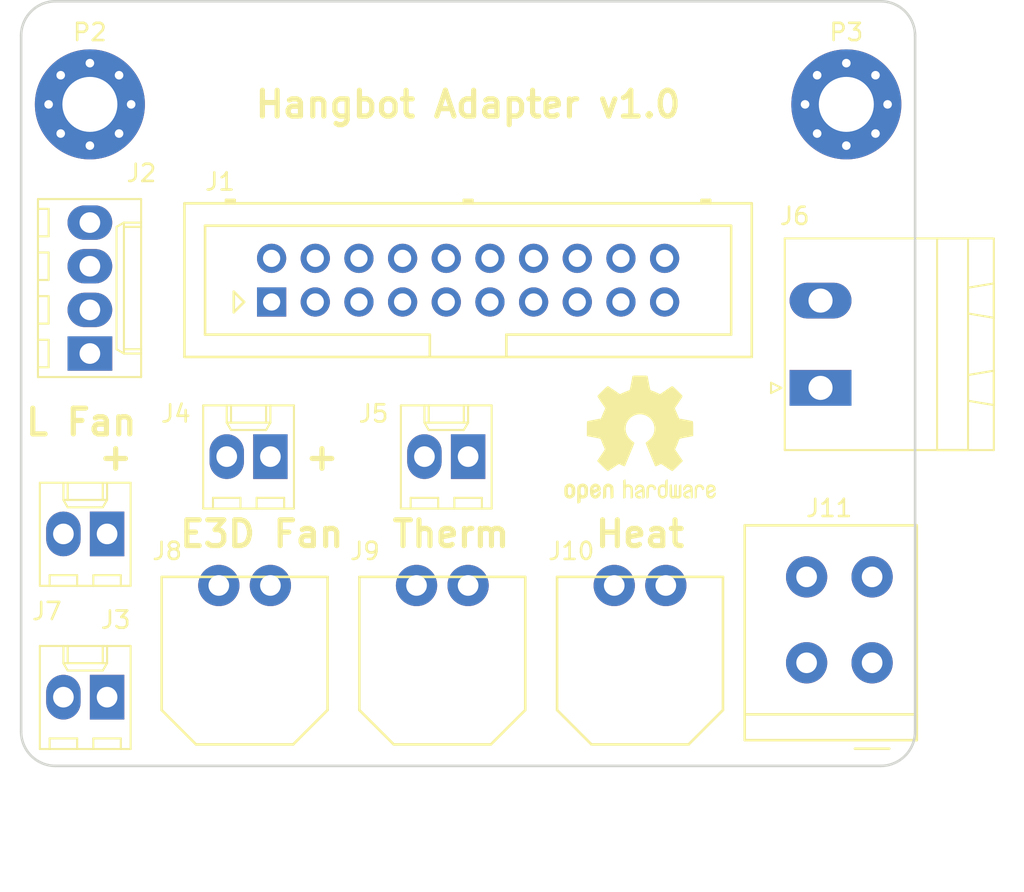
<source format=kicad_pcb>
(kicad_pcb (version 4) (host pcbnew 4.0.6)

  (general
    (links 32)
    (no_connects 32)
    (area 0 0 0 0)
    (thickness 1.6)
    (drawings 15)
    (tracks 0)
    (zones 0)
    (modules 14)
    (nets 13)
  )

  (page A4)
  (layers
    (0 F.Cu signal)
    (31 B.Cu signal)
    (32 B.Adhes user)
    (33 F.Adhes user)
    (34 B.Paste user)
    (35 F.Paste user)
    (36 B.SilkS user)
    (37 F.SilkS user)
    (38 B.Mask user)
    (39 F.Mask user)
    (40 Dwgs.User user)
    (41 Cmts.User user)
    (42 Eco1.User user)
    (43 Eco2.User user)
    (44 Edge.Cuts user)
    (45 Margin user)
    (46 B.CrtYd user)
    (47 F.CrtYd user)
    (48 B.Fab user)
    (49 F.Fab user)
  )

  (setup
    (last_trace_width 0.4)
    (user_trace_width 0.4)
    (trace_clearance 0.2)
    (zone_clearance 0.508)
    (zone_45_only no)
    (trace_min 0.2)
    (segment_width 0.2)
    (edge_width 0.15)
    (via_size 0.6)
    (via_drill 0.4)
    (via_min_size 0.4)
    (via_min_drill 0.3)
    (uvia_size 0.3)
    (uvia_drill 0.1)
    (uvias_allowed no)
    (uvia_min_size 0.2)
    (uvia_min_drill 0.1)
    (pcb_text_width 0.3)
    (pcb_text_size 1.5 1.5)
    (mod_edge_width 0.15)
    (mod_text_size 1 1)
    (mod_text_width 0.15)
    (pad_size 1.524 1.524)
    (pad_drill 0.762)
    (pad_to_mask_clearance 0.2)
    (aux_axis_origin 122.5 82)
    (visible_elements FFFFFF7F)
    (pcbplotparams
      (layerselection 0x00030_80000001)
      (usegerberextensions false)
      (excludeedgelayer true)
      (linewidth 0.100000)
      (plotframeref false)
      (viasonmask false)
      (mode 1)
      (useauxorigin false)
      (hpglpennumber 1)
      (hpglpenspeed 20)
      (hpglpendiameter 15)
      (hpglpenoverlay 2)
      (psnegative false)
      (psa4output false)
      (plotreference true)
      (plotvalue true)
      (plotinvisibletext false)
      (padsonsilk false)
      (subtractmaskfromsilk false)
      (outputformat 1)
      (mirror false)
      (drillshape 1)
      (scaleselection 1)
      (outputdirectory ""))
  )

  (net 0 "")
  (net 1 MOT_A)
  (net 2 MOT_B)
  (net 3 MOT_C)
  (net 4 MOT_D)
  (net 5 LAYER_FAN_P)
  (net 6 LAYER_FAN_N)
  (net 7 HOT_ZONE_FAN_P)
  (net 8 HOT_ZONE_FAN_N)
  (net 9 THERMISTOR_A)
  (net 10 THERMISTOR_B)
  (net 11 HEATER_A)
  (net 12 HEATER_B)

  (net_class Default "This is the default net class."
    (clearance 0.2)
    (trace_width 0.25)
    (via_dia 0.6)
    (via_drill 0.4)
    (uvia_dia 0.3)
    (uvia_drill 0.1)
    (add_net HEATER_A)
    (add_net HEATER_B)
    (add_net HOT_ZONE_FAN_N)
    (add_net HOT_ZONE_FAN_P)
    (add_net LAYER_FAN_N)
    (add_net LAYER_FAN_P)
    (add_net MOT_A)
    (add_net MOT_B)
    (add_net MOT_C)
    (add_net MOT_D)
    (add_net THERMISTOR_A)
    (add_net THERMISTOR_B)
  )

  (module Connectors_Multicomp:Multicomp_MC9A12-2034_2x10x2.54mm_Straight (layer F.Cu) (tedit 56C61E6B) (tstamp 5A45438D)
    (at 141.07 80)
    (descr http://www.farnell.com/datasheets/1520732.pdf)
    (tags "connector multicomp MC9A MC9A12")
    (path /5A452B27)
    (fp_text reference J1 (at -3 -7) (layer F.SilkS)
      (effects (font (size 1 1) (thickness 0.15)))
    )
    (fp_text value CONN_02X10 (at 11.43 5) (layer F.Fab)
      (effects (font (size 1 1) (thickness 0.15)))
    )
    (fp_line (start -5.07 3.2) (end -5.07 -5.74) (layer F.SilkS) (width 0.15))
    (fp_line (start -5.07 -5.74) (end 27.93 -5.74) (layer F.SilkS) (width 0.15))
    (fp_line (start 27.93 -5.74) (end 27.93 3.2) (layer F.SilkS) (width 0.15))
    (fp_line (start 27.93 3.2) (end -5.07 3.2) (layer F.SilkS) (width 0.15))
    (fp_line (start 9.205 3.2) (end 9.205 1.9) (layer F.SilkS) (width 0.15))
    (fp_line (start 9.205 1.9) (end -3.87 1.9) (layer F.SilkS) (width 0.15))
    (fp_line (start -3.87 1.9) (end -3.87 -4.44) (layer F.SilkS) (width 0.15))
    (fp_line (start -3.87 -4.44) (end 26.73 -4.44) (layer F.SilkS) (width 0.15))
    (fp_line (start 26.73 -4.44) (end 26.73 1.9) (layer F.SilkS) (width 0.15))
    (fp_line (start 26.73 1.9) (end 13.655 1.9) (layer F.SilkS) (width 0.15))
    (fp_line (start 13.655 1.9) (end 13.655 3.2) (layer F.SilkS) (width 0.15))
    (fp_line (start 11.18 -5.74) (end 11.18 -5.94) (layer F.SilkS) (width 0.15))
    (fp_line (start 11.18 -5.94) (end 11.68 -5.94) (layer F.SilkS) (width 0.15))
    (fp_line (start 11.68 -5.94) (end 11.68 -5.74) (layer F.SilkS) (width 0.15))
    (fp_line (start 11.18 -5.84) (end 11.68 -5.84) (layer F.SilkS) (width 0.15))
    (fp_line (start 25.01 -5.74) (end 25.01 -5.94) (layer F.SilkS) (width 0.15))
    (fp_line (start 25.01 -5.94) (end 25.51 -5.94) (layer F.SilkS) (width 0.15))
    (fp_line (start 25.51 -5.94) (end 25.51 -5.74) (layer F.SilkS) (width 0.15))
    (fp_line (start 25.01 -5.84) (end 25.51 -5.84) (layer F.SilkS) (width 0.15))
    (fp_line (start -2.65 -5.74) (end -2.65 -5.94) (layer F.SilkS) (width 0.15))
    (fp_line (start -2.65 -5.94) (end -2.15 -5.94) (layer F.SilkS) (width 0.15))
    (fp_line (start -2.15 -5.94) (end -2.15 -5.74) (layer F.SilkS) (width 0.15))
    (fp_line (start -2.65 -5.84) (end -2.15 -5.84) (layer F.SilkS) (width 0.15))
    (fp_line (start -2.2 0.6) (end -2.2 -0.6) (layer F.SilkS) (width 0.15))
    (fp_line (start -2.2 -0.6) (end -1.6 0) (layer F.SilkS) (width 0.15))
    (fp_line (start -1.6 0) (end -2.2 0.6) (layer F.SilkS) (width 0.15))
    (fp_line (start -5.55 3.7) (end -5.55 -6.25) (layer F.CrtYd) (width 0.05))
    (fp_line (start -5.55 -6.25) (end 28.45 -6.25) (layer F.CrtYd) (width 0.05))
    (fp_line (start 28.45 -6.25) (end 28.45 3.7) (layer F.CrtYd) (width 0.05))
    (fp_line (start 28.45 3.7) (end -5.55 3.7) (layer F.CrtYd) (width 0.05))
    (pad 1 thru_hole rect (at 0 0) (size 1.7 1.7) (drill 1) (layers *.Cu *.Mask)
      (net 1 MOT_A))
    (pad 2 thru_hole circle (at 0 -2.54) (size 1.7 1.7) (drill 1) (layers *.Cu *.Mask)
      (net 1 MOT_A))
    (pad 3 thru_hole circle (at 2.54 0) (size 1.7 1.7) (drill 1) (layers *.Cu *.Mask)
      (net 2 MOT_B))
    (pad 4 thru_hole circle (at 2.54 -2.54) (size 1.7 1.7) (drill 1) (layers *.Cu *.Mask)
      (net 2 MOT_B))
    (pad 5 thru_hole circle (at 5.08 0) (size 1.7 1.7) (drill 1) (layers *.Cu *.Mask)
      (net 3 MOT_C))
    (pad 6 thru_hole circle (at 5.08 -2.54) (size 1.7 1.7) (drill 1) (layers *.Cu *.Mask)
      (net 3 MOT_C))
    (pad 7 thru_hole circle (at 7.62 0) (size 1.7 1.7) (drill 1) (layers *.Cu *.Mask)
      (net 4 MOT_D))
    (pad 8 thru_hole circle (at 7.62 -2.54) (size 1.7 1.7) (drill 1) (layers *.Cu *.Mask)
      (net 4 MOT_D))
    (pad 9 thru_hole circle (at 10.16 0) (size 1.7 1.7) (drill 1) (layers *.Cu *.Mask)
      (net 5 LAYER_FAN_P))
    (pad 10 thru_hole circle (at 10.16 -2.54) (size 1.7 1.7) (drill 1) (layers *.Cu *.Mask)
      (net 6 LAYER_FAN_N))
    (pad 11 thru_hole circle (at 12.7 0) (size 1.7 1.7) (drill 1) (layers *.Cu *.Mask)
      (net 7 HOT_ZONE_FAN_P))
    (pad 12 thru_hole circle (at 12.7 -2.54) (size 1.7 1.7) (drill 1) (layers *.Cu *.Mask)
      (net 8 HOT_ZONE_FAN_N))
    (pad 13 thru_hole circle (at 15.24 0) (size 1.7 1.7) (drill 1) (layers *.Cu *.Mask)
      (net 9 THERMISTOR_A))
    (pad 14 thru_hole circle (at 15.24 -2.54) (size 1.7 1.7) (drill 1) (layers *.Cu *.Mask)
      (net 10 THERMISTOR_B))
    (pad 15 thru_hole circle (at 17.78 0) (size 1.7 1.7) (drill 1) (layers *.Cu *.Mask)
      (net 11 HEATER_A))
    (pad 16 thru_hole circle (at 17.78 -2.54) (size 1.7 1.7) (drill 1) (layers *.Cu *.Mask)
      (net 11 HEATER_A))
    (pad 17 thru_hole circle (at 20.32 0) (size 1.7 1.7) (drill 1) (layers *.Cu *.Mask)
      (net 11 HEATER_A))
    (pad 18 thru_hole circle (at 20.32 -2.54) (size 1.7 1.7) (drill 1) (layers *.Cu *.Mask)
      (net 12 HEATER_B))
    (pad 19 thru_hole circle (at 22.86 0) (size 1.7 1.7) (drill 1) (layers *.Cu *.Mask)
      (net 12 HEATER_B))
    (pad 20 thru_hole circle (at 22.86 -2.54) (size 1.7 1.7) (drill 1) (layers *.Cu *.Mask)
      (net 12 HEATER_B))
  )

  (module Connectors_Molex:Molex_KK-6410-04_04x2.54mm_Straight (layer F.Cu) (tedit 5A455697) (tstamp 5A4543B6)
    (at 130.5 83 90)
    (descr "Connector Headers with Friction Lock, 22-27-2041, http://www.molex.com/pdm_docs/sd/022272021_sd.pdf")
    (tags "connector molex kk_6410 22-27-2041")
    (path /5A4531B3)
    (fp_text reference J2 (at 10.5 3 180) (layer F.SilkS)
      (effects (font (size 1 1) (thickness 0.15)))
    )
    (fp_text value CONN_01X04 (at 3.81 4.5 90) (layer F.Fab)
      (effects (font (size 1 1) (thickness 0.15)))
    )
    (fp_line (start -1.47 -3.12) (end -1.47 3.08) (layer F.Fab) (width 0.12))
    (fp_line (start -1.47 3.08) (end 9.09 3.08) (layer F.Fab) (width 0.12))
    (fp_line (start 9.09 3.08) (end 9.09 -3.12) (layer F.Fab) (width 0.12))
    (fp_line (start 9.09 -3.12) (end -1.47 -3.12) (layer F.Fab) (width 0.12))
    (fp_line (start -1.37 -3.02) (end -1.37 2.98) (layer F.SilkS) (width 0.12))
    (fp_line (start -1.37 2.98) (end 8.99 2.98) (layer F.SilkS) (width 0.12))
    (fp_line (start 8.99 2.98) (end 8.99 -3.02) (layer F.SilkS) (width 0.12))
    (fp_line (start 8.99 -3.02) (end -1.37 -3.02) (layer F.SilkS) (width 0.12))
    (fp_line (start 0 2.98) (end 0 1.98) (layer F.SilkS) (width 0.12))
    (fp_line (start 0 1.98) (end 7.62 1.98) (layer F.SilkS) (width 0.12))
    (fp_line (start 7.62 1.98) (end 7.62 2.98) (layer F.SilkS) (width 0.12))
    (fp_line (start 0 1.98) (end 0.25 1.55) (layer F.SilkS) (width 0.12))
    (fp_line (start 0.25 1.55) (end 7.37 1.55) (layer F.SilkS) (width 0.12))
    (fp_line (start 7.37 1.55) (end 7.62 1.98) (layer F.SilkS) (width 0.12))
    (fp_line (start 0.25 2.98) (end 0.25 1.98) (layer F.SilkS) (width 0.12))
    (fp_line (start 7.37 2.98) (end 7.37 1.98) (layer F.SilkS) (width 0.12))
    (fp_line (start -0.8 -3.02) (end -0.8 -2.4) (layer F.SilkS) (width 0.12))
    (fp_line (start -0.8 -2.4) (end 0.8 -2.4) (layer F.SilkS) (width 0.12))
    (fp_line (start 0.8 -2.4) (end 0.8 -3.02) (layer F.SilkS) (width 0.12))
    (fp_line (start 1.74 -3.02) (end 1.74 -2.4) (layer F.SilkS) (width 0.12))
    (fp_line (start 1.74 -2.4) (end 3.34 -2.4) (layer F.SilkS) (width 0.12))
    (fp_line (start 3.34 -2.4) (end 3.34 -3.02) (layer F.SilkS) (width 0.12))
    (fp_line (start 4.28 -3.02) (end 4.28 -2.4) (layer F.SilkS) (width 0.12))
    (fp_line (start 4.28 -2.4) (end 5.88 -2.4) (layer F.SilkS) (width 0.12))
    (fp_line (start 5.88 -2.4) (end 5.88 -3.02) (layer F.SilkS) (width 0.12))
    (fp_line (start 6.82 -3.02) (end 6.82 -2.4) (layer F.SilkS) (width 0.12))
    (fp_line (start 6.82 -2.4) (end 8.42 -2.4) (layer F.SilkS) (width 0.12))
    (fp_line (start 8.42 -2.4) (end 8.42 -3.02) (layer F.SilkS) (width 0.12))
    (fp_line (start -1.9 3.5) (end -1.9 -3.55) (layer F.CrtYd) (width 0.05))
    (fp_line (start -1.9 -3.55) (end 9.5 -3.55) (layer F.CrtYd) (width 0.05))
    (fp_line (start 9.5 -3.55) (end 9.5 3.5) (layer F.CrtYd) (width 0.05))
    (fp_line (start 9.5 3.5) (end -1.9 3.5) (layer F.CrtYd) (width 0.05))
    (fp_text user %R (at 3.81 0 90) (layer F.Fab)
      (effects (font (size 1 1) (thickness 0.15)))
    )
    (pad 1 thru_hole rect (at 0 0 90) (size 2 2.6) (drill 1.2) (layers *.Cu *.Mask)
      (net 1 MOT_A))
    (pad 2 thru_hole oval (at 2.54 0 90) (size 2 2.6) (drill 1.2) (layers *.Cu *.Mask)
      (net 2 MOT_B))
    (pad 3 thru_hole oval (at 5.08 0 90) (size 2 2.6) (drill 1.2) (layers *.Cu *.Mask)
      (net 3 MOT_C))
    (pad 4 thru_hole oval (at 7.62 0 90) (size 2 2.6) (drill 1.2) (layers *.Cu *.Mask)
      (net 4 MOT_D))
    (model ${KISYS3DMOD}/Connectors_Molex.3dshapes/Molex_KK-6410-04_04x2.54mm_Straight.wrl
      (at (xyz 0 0 0))
      (scale (xyz 1 1 1))
      (rotate (xyz 0 0 0))
    )
  )

  (module Connectors_Molex:Molex_KK-6410-02_02x2.54mm_Straight (layer F.Cu) (tedit 5A455690) (tstamp 5A4543D7)
    (at 131.5 103 180)
    (descr "Connector Headers with Friction Lock, 22-27-2021, http://www.molex.com/pdm_docs/sd/022272021_sd.pdf")
    (tags "connector molex kk_6410 22-27-2021")
    (path /5A453492)
    (fp_text reference J3 (at -0.5 4.5 180) (layer F.SilkS)
      (effects (font (size 1 1) (thickness 0.15)))
    )
    (fp_text value CONN_01X02 (at 1.27 4.5 180) (layer F.Fab)
      (effects (font (size 1 1) (thickness 0.15)))
    )
    (fp_line (start -1.47 -3.12) (end -1.47 3.08) (layer F.Fab) (width 0.12))
    (fp_line (start -1.47 3.08) (end 4.01 3.08) (layer F.Fab) (width 0.12))
    (fp_line (start 4.01 3.08) (end 4.01 -3.12) (layer F.Fab) (width 0.12))
    (fp_line (start 4.01 -3.12) (end -1.47 -3.12) (layer F.Fab) (width 0.12))
    (fp_line (start -1.37 -3.02) (end -1.37 2.98) (layer F.SilkS) (width 0.12))
    (fp_line (start -1.37 2.98) (end 3.91 2.98) (layer F.SilkS) (width 0.12))
    (fp_line (start 3.91 2.98) (end 3.91 -3.02) (layer F.SilkS) (width 0.12))
    (fp_line (start 3.91 -3.02) (end -1.37 -3.02) (layer F.SilkS) (width 0.12))
    (fp_line (start 0 2.98) (end 0 1.98) (layer F.SilkS) (width 0.12))
    (fp_line (start 0 1.98) (end 2.54 1.98) (layer F.SilkS) (width 0.12))
    (fp_line (start 2.54 1.98) (end 2.54 2.98) (layer F.SilkS) (width 0.12))
    (fp_line (start 0 1.98) (end 0.25 1.55) (layer F.SilkS) (width 0.12))
    (fp_line (start 0.25 1.55) (end 2.29 1.55) (layer F.SilkS) (width 0.12))
    (fp_line (start 2.29 1.55) (end 2.54 1.98) (layer F.SilkS) (width 0.12))
    (fp_line (start 0.25 2.98) (end 0.25 1.98) (layer F.SilkS) (width 0.12))
    (fp_line (start 2.29 2.98) (end 2.29 1.98) (layer F.SilkS) (width 0.12))
    (fp_line (start -0.8 -3.02) (end -0.8 -2.4) (layer F.SilkS) (width 0.12))
    (fp_line (start -0.8 -2.4) (end 0.8 -2.4) (layer F.SilkS) (width 0.12))
    (fp_line (start 0.8 -2.4) (end 0.8 -3.02) (layer F.SilkS) (width 0.12))
    (fp_line (start 1.74 -3.02) (end 1.74 -2.4) (layer F.SilkS) (width 0.12))
    (fp_line (start 1.74 -2.4) (end 3.34 -2.4) (layer F.SilkS) (width 0.12))
    (fp_line (start 3.34 -2.4) (end 3.34 -3.02) (layer F.SilkS) (width 0.12))
    (fp_line (start -1.9 3.5) (end -1.9 -3.55) (layer F.CrtYd) (width 0.05))
    (fp_line (start -1.9 -3.55) (end 4.45 -3.55) (layer F.CrtYd) (width 0.05))
    (fp_line (start 4.45 -3.55) (end 4.45 3.5) (layer F.CrtYd) (width 0.05))
    (fp_line (start 4.45 3.5) (end -1.9 3.5) (layer F.CrtYd) (width 0.05))
    (fp_text user %R (at 1.27 0 180) (layer F.Fab)
      (effects (font (size 1 1) (thickness 0.15)))
    )
    (pad 1 thru_hole rect (at 0 0 180) (size 2 2.6) (drill 1.2) (layers *.Cu *.Mask)
      (net 5 LAYER_FAN_P))
    (pad 2 thru_hole oval (at 2.54 0 180) (size 2 2.6) (drill 1.2) (layers *.Cu *.Mask)
      (net 6 LAYER_FAN_N))
    (model ${KISYS3DMOD}/Connectors_Molex.3dshapes/Molex_KK-6410-02_02x2.54mm_Straight.wrl
      (at (xyz 0 0 0))
      (scale (xyz 1 1 1))
      (rotate (xyz 0 0 0))
    )
  )

  (module Connectors_Molex:Molex_KK-6410-02_02x2.54mm_Straight (layer F.Cu) (tedit 5A4556AB) (tstamp 5A4543F8)
    (at 141 89 180)
    (descr "Connector Headers with Friction Lock, 22-27-2021, http://www.molex.com/pdm_docs/sd/022272021_sd.pdf")
    (tags "connector molex kk_6410 22-27-2021")
    (path /5A4535E6)
    (fp_text reference J4 (at 5.5 2.5 180) (layer F.SilkS)
      (effects (font (size 1 1) (thickness 0.15)))
    )
    (fp_text value CONN_01X02 (at 1.27 4.5 180) (layer F.Fab)
      (effects (font (size 1 1) (thickness 0.15)))
    )
    (fp_line (start -1.47 -3.12) (end -1.47 3.08) (layer F.Fab) (width 0.12))
    (fp_line (start -1.47 3.08) (end 4.01 3.08) (layer F.Fab) (width 0.12))
    (fp_line (start 4.01 3.08) (end 4.01 -3.12) (layer F.Fab) (width 0.12))
    (fp_line (start 4.01 -3.12) (end -1.47 -3.12) (layer F.Fab) (width 0.12))
    (fp_line (start -1.37 -3.02) (end -1.37 2.98) (layer F.SilkS) (width 0.12))
    (fp_line (start -1.37 2.98) (end 3.91 2.98) (layer F.SilkS) (width 0.12))
    (fp_line (start 3.91 2.98) (end 3.91 -3.02) (layer F.SilkS) (width 0.12))
    (fp_line (start 3.91 -3.02) (end -1.37 -3.02) (layer F.SilkS) (width 0.12))
    (fp_line (start 0 2.98) (end 0 1.98) (layer F.SilkS) (width 0.12))
    (fp_line (start 0 1.98) (end 2.54 1.98) (layer F.SilkS) (width 0.12))
    (fp_line (start 2.54 1.98) (end 2.54 2.98) (layer F.SilkS) (width 0.12))
    (fp_line (start 0 1.98) (end 0.25 1.55) (layer F.SilkS) (width 0.12))
    (fp_line (start 0.25 1.55) (end 2.29 1.55) (layer F.SilkS) (width 0.12))
    (fp_line (start 2.29 1.55) (end 2.54 1.98) (layer F.SilkS) (width 0.12))
    (fp_line (start 0.25 2.98) (end 0.25 1.98) (layer F.SilkS) (width 0.12))
    (fp_line (start 2.29 2.98) (end 2.29 1.98) (layer F.SilkS) (width 0.12))
    (fp_line (start -0.8 -3.02) (end -0.8 -2.4) (layer F.SilkS) (width 0.12))
    (fp_line (start -0.8 -2.4) (end 0.8 -2.4) (layer F.SilkS) (width 0.12))
    (fp_line (start 0.8 -2.4) (end 0.8 -3.02) (layer F.SilkS) (width 0.12))
    (fp_line (start 1.74 -3.02) (end 1.74 -2.4) (layer F.SilkS) (width 0.12))
    (fp_line (start 1.74 -2.4) (end 3.34 -2.4) (layer F.SilkS) (width 0.12))
    (fp_line (start 3.34 -2.4) (end 3.34 -3.02) (layer F.SilkS) (width 0.12))
    (fp_line (start -1.9 3.5) (end -1.9 -3.55) (layer F.CrtYd) (width 0.05))
    (fp_line (start -1.9 -3.55) (end 4.45 -3.55) (layer F.CrtYd) (width 0.05))
    (fp_line (start 4.45 -3.55) (end 4.45 3.5) (layer F.CrtYd) (width 0.05))
    (fp_line (start 4.45 3.5) (end -1.9 3.5) (layer F.CrtYd) (width 0.05))
    (fp_text user %R (at 1.27 0 180) (layer F.Fab)
      (effects (font (size 1 1) (thickness 0.15)))
    )
    (pad 1 thru_hole rect (at 0 0 180) (size 2 2.6) (drill 1.2) (layers *.Cu *.Mask)
      (net 7 HOT_ZONE_FAN_P))
    (pad 2 thru_hole oval (at 2.54 0 180) (size 2 2.6) (drill 1.2) (layers *.Cu *.Mask)
      (net 8 HOT_ZONE_FAN_N))
    (model ${KISYS3DMOD}/Connectors_Molex.3dshapes/Molex_KK-6410-02_02x2.54mm_Straight.wrl
      (at (xyz 0 0 0))
      (scale (xyz 1 1 1))
      (rotate (xyz 0 0 0))
    )
  )

  (module Connectors_Molex:Molex_KK-6410-02_02x2.54mm_Straight (layer F.Cu) (tedit 5A4556AA) (tstamp 5A454419)
    (at 152.5 89 180)
    (descr "Connector Headers with Friction Lock, 22-27-2021, http://www.molex.com/pdm_docs/sd/022272021_sd.pdf")
    (tags "connector molex kk_6410 22-27-2021")
    (path /5A453AA5)
    (fp_text reference J5 (at 5.5 2.5 180) (layer F.SilkS)
      (effects (font (size 1 1) (thickness 0.15)))
    )
    (fp_text value CONN_01X02 (at 1.27 4.5 180) (layer F.Fab)
      (effects (font (size 1 1) (thickness 0.15)))
    )
    (fp_line (start -1.47 -3.12) (end -1.47 3.08) (layer F.Fab) (width 0.12))
    (fp_line (start -1.47 3.08) (end 4.01 3.08) (layer F.Fab) (width 0.12))
    (fp_line (start 4.01 3.08) (end 4.01 -3.12) (layer F.Fab) (width 0.12))
    (fp_line (start 4.01 -3.12) (end -1.47 -3.12) (layer F.Fab) (width 0.12))
    (fp_line (start -1.37 -3.02) (end -1.37 2.98) (layer F.SilkS) (width 0.12))
    (fp_line (start -1.37 2.98) (end 3.91 2.98) (layer F.SilkS) (width 0.12))
    (fp_line (start 3.91 2.98) (end 3.91 -3.02) (layer F.SilkS) (width 0.12))
    (fp_line (start 3.91 -3.02) (end -1.37 -3.02) (layer F.SilkS) (width 0.12))
    (fp_line (start 0 2.98) (end 0 1.98) (layer F.SilkS) (width 0.12))
    (fp_line (start 0 1.98) (end 2.54 1.98) (layer F.SilkS) (width 0.12))
    (fp_line (start 2.54 1.98) (end 2.54 2.98) (layer F.SilkS) (width 0.12))
    (fp_line (start 0 1.98) (end 0.25 1.55) (layer F.SilkS) (width 0.12))
    (fp_line (start 0.25 1.55) (end 2.29 1.55) (layer F.SilkS) (width 0.12))
    (fp_line (start 2.29 1.55) (end 2.54 1.98) (layer F.SilkS) (width 0.12))
    (fp_line (start 0.25 2.98) (end 0.25 1.98) (layer F.SilkS) (width 0.12))
    (fp_line (start 2.29 2.98) (end 2.29 1.98) (layer F.SilkS) (width 0.12))
    (fp_line (start -0.8 -3.02) (end -0.8 -2.4) (layer F.SilkS) (width 0.12))
    (fp_line (start -0.8 -2.4) (end 0.8 -2.4) (layer F.SilkS) (width 0.12))
    (fp_line (start 0.8 -2.4) (end 0.8 -3.02) (layer F.SilkS) (width 0.12))
    (fp_line (start 1.74 -3.02) (end 1.74 -2.4) (layer F.SilkS) (width 0.12))
    (fp_line (start 1.74 -2.4) (end 3.34 -2.4) (layer F.SilkS) (width 0.12))
    (fp_line (start 3.34 -2.4) (end 3.34 -3.02) (layer F.SilkS) (width 0.12))
    (fp_line (start -1.9 3.5) (end -1.9 -3.55) (layer F.CrtYd) (width 0.05))
    (fp_line (start -1.9 -3.55) (end 4.45 -3.55) (layer F.CrtYd) (width 0.05))
    (fp_line (start 4.45 -3.55) (end 4.45 3.5) (layer F.CrtYd) (width 0.05))
    (fp_line (start 4.45 3.5) (end -1.9 3.5) (layer F.CrtYd) (width 0.05))
    (fp_text user %R (at 1.27 0 180) (layer F.Fab)
      (effects (font (size 1 1) (thickness 0.15)))
    )
    (pad 1 thru_hole rect (at 0 0 180) (size 2 2.6) (drill 1.2) (layers *.Cu *.Mask)
      (net 9 THERMISTOR_A))
    (pad 2 thru_hole oval (at 2.54 0 180) (size 2 2.6) (drill 1.2) (layers *.Cu *.Mask)
      (net 10 THERMISTOR_B))
    (model ${KISYS3DMOD}/Connectors_Molex.3dshapes/Molex_KK-6410-02_02x2.54mm_Straight.wrl
      (at (xyz 0 0 0))
      (scale (xyz 1 1 1))
      (rotate (xyz 0 0 0))
    )
  )

  (module Connectors_Phoenix:PhoenixContact_MSTBA-G_02x5.08mm_Angled (layer F.Cu) (tedit 5A4556B6) (tstamp 5A45443D)
    (at 173 85 90)
    (descr "Generic Phoenix Contact connector footprint for series: MSTBA-G; number of pins: 02; pin pitch: 5.08mm; Angled || order number: 1757242 12A || order number: 1923869 16A (HC)")
    (tags "phoenix_contact connector MSTBA_01x02_G_5.08mm")
    (path /5A453BDB)
    (fp_text reference J6 (at 10 -1.5 180) (layer F.SilkS)
      (effects (font (size 1 1) (thickness 0.15)))
    )
    (fp_text value CONN_01X02 (at 2.54 11 90) (layer F.Fab)
      (effects (font (size 1 1) (thickness 0.15)))
    )
    (fp_line (start -3.62 -2.08) (end -3.62 10.08) (layer F.SilkS) (width 0.12))
    (fp_line (start -3.62 10.08) (end 8.7 10.08) (layer F.SilkS) (width 0.12))
    (fp_line (start 8.7 10.08) (end 8.7 -2.08) (layer F.SilkS) (width 0.12))
    (fp_line (start 8.7 -2.08) (end -3.62 -2.08) (layer F.SilkS) (width 0.12))
    (fp_line (start -3.54 -2) (end -3.54 10) (layer F.Fab) (width 0.1))
    (fp_line (start -3.54 10) (end 8.62 10) (layer F.Fab) (width 0.1))
    (fp_line (start 8.62 10) (end 8.62 -2) (layer F.Fab) (width 0.1))
    (fp_line (start 8.62 -2) (end -3.54 -2) (layer F.Fab) (width 0.1))
    (fp_line (start -3.62 8.58) (end -3.62 6.78) (layer F.SilkS) (width 0.12))
    (fp_line (start -3.62 6.78) (end 8.7 6.78) (layer F.SilkS) (width 0.12))
    (fp_line (start 8.7 6.78) (end 8.7 8.58) (layer F.SilkS) (width 0.12))
    (fp_line (start 8.7 8.58) (end -3.62 8.58) (layer F.SilkS) (width 0.12))
    (fp_line (start -1 10.08) (end 1 10.08) (layer F.SilkS) (width 0.12))
    (fp_line (start 1 10.08) (end 0.75 8.58) (layer F.SilkS) (width 0.12))
    (fp_line (start 0.75 8.58) (end -0.75 8.58) (layer F.SilkS) (width 0.12))
    (fp_line (start -0.75 8.58) (end -1 10.08) (layer F.SilkS) (width 0.12))
    (fp_line (start 4.08 10.08) (end 6.08 10.08) (layer F.SilkS) (width 0.12))
    (fp_line (start 6.08 10.08) (end 5.83 8.58) (layer F.SilkS) (width 0.12))
    (fp_line (start 5.83 8.58) (end 4.33 8.58) (layer F.SilkS) (width 0.12))
    (fp_line (start 4.33 8.58) (end 4.08 10.08) (layer F.SilkS) (width 0.12))
    (fp_line (start -4.04 -2.5) (end -4.04 10.5) (layer F.CrtYd) (width 0.05))
    (fp_line (start -4.04 10.5) (end 9.12 10.5) (layer F.CrtYd) (width 0.05))
    (fp_line (start 9.12 10.5) (end 9.12 -2.5) (layer F.CrtYd) (width 0.05))
    (fp_line (start 9.12 -2.5) (end -4.04 -2.5) (layer F.CrtYd) (width 0.05))
    (fp_line (start 0.3 -2.88) (end 0 -2.28) (layer F.SilkS) (width 0.12))
    (fp_line (start 0 -2.28) (end -0.3 -2.88) (layer F.SilkS) (width 0.12))
    (fp_line (start -0.3 -2.88) (end 0.3 -2.88) (layer F.SilkS) (width 0.12))
    (fp_line (start 0.95 -2) (end 0 -0.5) (layer F.Fab) (width 0.1))
    (fp_line (start 0 -0.5) (end -0.95 -2) (layer F.Fab) (width 0.1))
    (fp_text user %R (at 3.54 3 90) (layer F.Fab)
      (effects (font (size 1 1) (thickness 0.15)))
    )
    (pad 1 thru_hole rect (at 0 0 90) (size 2.08 3.6) (drill 1.4) (layers *.Cu *.Mask)
      (net 11 HEATER_A))
    (pad 2 thru_hole oval (at 5.08 0 90) (size 2.08 3.6) (drill 1.4) (layers *.Cu *.Mask)
      (net 12 HEATER_B))
    (model ${KISYS3DMOD}/Connectors_Phoenix.3dshapes/PhoenixContact_MSTBA-G_02x5.08mm_Angled.wrl
      (at (xyz 0 0 0))
      (scale (xyz 1 1 1))
      (rotate (xyz 0 0 0))
    )
  )

  (module Connectors_Molex:Molex_KK-6410-02_02x2.54mm_Straight (layer F.Cu) (tedit 5A45568D) (tstamp 5A45445E)
    (at 131.5 93.5 180)
    (descr "Connector Headers with Friction Lock, 22-27-2021, http://www.molex.com/pdm_docs/sd/022272021_sd.pdf")
    (tags "connector molex kk_6410 22-27-2021")
    (path /5A4534DE)
    (fp_text reference J7 (at 3.5 -4.5 180) (layer F.SilkS)
      (effects (font (size 1 1) (thickness 0.15)))
    )
    (fp_text value CONN_01X02 (at 1.27 4.5 180) (layer F.Fab)
      (effects (font (size 1 1) (thickness 0.15)))
    )
    (fp_line (start -1.47 -3.12) (end -1.47 3.08) (layer F.Fab) (width 0.12))
    (fp_line (start -1.47 3.08) (end 4.01 3.08) (layer F.Fab) (width 0.12))
    (fp_line (start 4.01 3.08) (end 4.01 -3.12) (layer F.Fab) (width 0.12))
    (fp_line (start 4.01 -3.12) (end -1.47 -3.12) (layer F.Fab) (width 0.12))
    (fp_line (start -1.37 -3.02) (end -1.37 2.98) (layer F.SilkS) (width 0.12))
    (fp_line (start -1.37 2.98) (end 3.91 2.98) (layer F.SilkS) (width 0.12))
    (fp_line (start 3.91 2.98) (end 3.91 -3.02) (layer F.SilkS) (width 0.12))
    (fp_line (start 3.91 -3.02) (end -1.37 -3.02) (layer F.SilkS) (width 0.12))
    (fp_line (start 0 2.98) (end 0 1.98) (layer F.SilkS) (width 0.12))
    (fp_line (start 0 1.98) (end 2.54 1.98) (layer F.SilkS) (width 0.12))
    (fp_line (start 2.54 1.98) (end 2.54 2.98) (layer F.SilkS) (width 0.12))
    (fp_line (start 0 1.98) (end 0.25 1.55) (layer F.SilkS) (width 0.12))
    (fp_line (start 0.25 1.55) (end 2.29 1.55) (layer F.SilkS) (width 0.12))
    (fp_line (start 2.29 1.55) (end 2.54 1.98) (layer F.SilkS) (width 0.12))
    (fp_line (start 0.25 2.98) (end 0.25 1.98) (layer F.SilkS) (width 0.12))
    (fp_line (start 2.29 2.98) (end 2.29 1.98) (layer F.SilkS) (width 0.12))
    (fp_line (start -0.8 -3.02) (end -0.8 -2.4) (layer F.SilkS) (width 0.12))
    (fp_line (start -0.8 -2.4) (end 0.8 -2.4) (layer F.SilkS) (width 0.12))
    (fp_line (start 0.8 -2.4) (end 0.8 -3.02) (layer F.SilkS) (width 0.12))
    (fp_line (start 1.74 -3.02) (end 1.74 -2.4) (layer F.SilkS) (width 0.12))
    (fp_line (start 1.74 -2.4) (end 3.34 -2.4) (layer F.SilkS) (width 0.12))
    (fp_line (start 3.34 -2.4) (end 3.34 -3.02) (layer F.SilkS) (width 0.12))
    (fp_line (start -1.9 3.5) (end -1.9 -3.55) (layer F.CrtYd) (width 0.05))
    (fp_line (start -1.9 -3.55) (end 4.45 -3.55) (layer F.CrtYd) (width 0.05))
    (fp_line (start 4.45 -3.55) (end 4.45 3.5) (layer F.CrtYd) (width 0.05))
    (fp_line (start 4.45 3.5) (end -1.9 3.5) (layer F.CrtYd) (width 0.05))
    (fp_text user %R (at 1.27 0 180) (layer F.Fab)
      (effects (font (size 1 1) (thickness 0.15)))
    )
    (pad 1 thru_hole rect (at 0 0 180) (size 2 2.6) (drill 1.2) (layers *.Cu *.Mask)
      (net 5 LAYER_FAN_P))
    (pad 2 thru_hole oval (at 2.54 0 180) (size 2 2.6) (drill 1.2) (layers *.Cu *.Mask)
      (net 6 LAYER_FAN_N))
    (model ${KISYS3DMOD}/Connectors_Molex.3dshapes/Molex_KK-6410-02_02x2.54mm_Straight.wrl
      (at (xyz 0 0 0))
      (scale (xyz 1 1 1))
      (rotate (xyz 0 0 0))
    )
  )

  (module Connectors_Molex_MicroFit:Molex_MicroFit_43650-0200_2Pin (layer F.Cu) (tedit 5A4556A1) (tstamp 5A454473)
    (at 139.5 96.5)
    (descr http://www.molex.com/pdm_docs/sd/436500200_sd.pdf)
    (path /5A45361D)
    (fp_text reference J8 (at -4.5 -2) (layer F.SilkS)
      (effects (font (size 1 1) (thickness 0.15)))
    )
    (fp_text value CONN_01X02 (at 0 -4) (layer F.Fab)
      (effects (font (size 1 1) (thickness 0.15)))
    )
    (fp_text user "OUTSIDE PCB" (at 0 17) (layer F.Fab)
      (effects (font (size 1 1) (thickness 0.15)))
    )
    (fp_text user "MATING CONN" (at 0 12) (layer F.Fab)
      (effects (font (size 1 1) (thickness 0.15)))
    )
    (fp_line (start 0 -1) (end -5.5 -1) (layer F.CrtYd) (width 0.15))
    (fp_line (start -5.5 -1) (end -5.5 14.5) (layer F.CrtYd) (width 0.15))
    (fp_line (start -5.5 14.5) (end 5.5 14.5) (layer F.CrtYd) (width 0.15))
    (fp_line (start 5.5 14.5) (end 5.5 -1) (layer F.CrtYd) (width 0.15))
    (fp_line (start 5.5 -1) (end 0 -1) (layer F.CrtYd) (width 0.15))
    (fp_line (start -3 14.5) (end 3 14.5) (layer F.Fab) (width 0.15))
    (fp_line (start -4.825 -0.5) (end 4.825 -0.5) (layer F.SilkS) (width 0.15))
    (fp_line (start 4.825 -0.5) (end 4.825 7.25) (layer F.SilkS) (width 0.15))
    (fp_line (start 4.825 7.25) (end 2.825 9.25) (layer F.SilkS) (width 0.15))
    (fp_line (start 2.825 9.25) (end -2.825 9.25) (layer F.SilkS) (width 0.15))
    (fp_line (start -2.825 9.25) (end -4.825 7.25) (layer F.SilkS) (width 0.15))
    (fp_line (start -4.825 7.25) (end -4.825 -0.5) (layer F.SilkS) (width 0.15))
    (pad 1 thru_hole circle (at 1.5 0) (size 2.4 2.4) (drill 1.2) (layers *.Cu *.Mask)
      (net 7 HOT_ZONE_FAN_P))
    (pad 2 thru_hole circle (at -1.5 0) (size 2.4 2.4) (drill 1.2) (layers *.Cu *.Mask)
      (net 8 HOT_ZONE_FAN_N))
    (pad "" np_thru_hole circle (at 0 4.32) (size 3 3) (drill 3) (layers *.Cu *.Mask))
  )

  (module Connectors_Molex_MicroFit:Molex_MicroFit_43650-0200_2Pin (layer F.Cu) (tedit 5A4556A8) (tstamp 5A454488)
    (at 151 96.5)
    (descr http://www.molex.com/pdm_docs/sd/436500200_sd.pdf)
    (path /5A453AAC)
    (fp_text reference J9 (at -4.5 -2) (layer F.SilkS)
      (effects (font (size 1 1) (thickness 0.15)))
    )
    (fp_text value CONN_01X02 (at 0 -4) (layer F.Fab)
      (effects (font (size 1 1) (thickness 0.15)))
    )
    (fp_text user "OUTSIDE PCB" (at 0 17) (layer F.Fab)
      (effects (font (size 1 1) (thickness 0.15)))
    )
    (fp_text user "MATING CONN" (at 0 12) (layer F.Fab)
      (effects (font (size 1 1) (thickness 0.15)))
    )
    (fp_line (start 0 -1) (end -5.5 -1) (layer F.CrtYd) (width 0.15))
    (fp_line (start -5.5 -1) (end -5.5 14.5) (layer F.CrtYd) (width 0.15))
    (fp_line (start -5.5 14.5) (end 5.5 14.5) (layer F.CrtYd) (width 0.15))
    (fp_line (start 5.5 14.5) (end 5.5 -1) (layer F.CrtYd) (width 0.15))
    (fp_line (start 5.5 -1) (end 0 -1) (layer F.CrtYd) (width 0.15))
    (fp_line (start -3 14.5) (end 3 14.5) (layer F.Fab) (width 0.15))
    (fp_line (start -4.825 -0.5) (end 4.825 -0.5) (layer F.SilkS) (width 0.15))
    (fp_line (start 4.825 -0.5) (end 4.825 7.25) (layer F.SilkS) (width 0.15))
    (fp_line (start 4.825 7.25) (end 2.825 9.25) (layer F.SilkS) (width 0.15))
    (fp_line (start 2.825 9.25) (end -2.825 9.25) (layer F.SilkS) (width 0.15))
    (fp_line (start -2.825 9.25) (end -4.825 7.25) (layer F.SilkS) (width 0.15))
    (fp_line (start -4.825 7.25) (end -4.825 -0.5) (layer F.SilkS) (width 0.15))
    (pad 1 thru_hole circle (at 1.5 0) (size 2.4 2.4) (drill 1.2) (layers *.Cu *.Mask)
      (net 9 THERMISTOR_A))
    (pad 2 thru_hole circle (at -1.5 0) (size 2.4 2.4) (drill 1.2) (layers *.Cu *.Mask)
      (net 10 THERMISTOR_B))
    (pad "" np_thru_hole circle (at 0 4.32) (size 3 3) (drill 3) (layers *.Cu *.Mask))
  )

  (module Connectors_Molex_MicroFit:Molex_MicroFit_43650-0200_2Pin (layer F.Cu) (tedit 5A4556B2) (tstamp 5A45449D)
    (at 162.5 96.5)
    (descr http://www.molex.com/pdm_docs/sd/436500200_sd.pdf)
    (path /5A453BE2)
    (fp_text reference J10 (at -4 -2) (layer F.SilkS)
      (effects (font (size 1 1) (thickness 0.15)))
    )
    (fp_text value CONN_01X02 (at 0 -4) (layer F.Fab)
      (effects (font (size 1 1) (thickness 0.15)))
    )
    (fp_text user "OUTSIDE PCB" (at 0 17) (layer F.Fab)
      (effects (font (size 1 1) (thickness 0.15)))
    )
    (fp_text user "MATING CONN" (at 0 12) (layer F.Fab)
      (effects (font (size 1 1) (thickness 0.15)))
    )
    (fp_line (start 0 -1) (end -5.5 -1) (layer F.CrtYd) (width 0.15))
    (fp_line (start -5.5 -1) (end -5.5 14.5) (layer F.CrtYd) (width 0.15))
    (fp_line (start -5.5 14.5) (end 5.5 14.5) (layer F.CrtYd) (width 0.15))
    (fp_line (start 5.5 14.5) (end 5.5 -1) (layer F.CrtYd) (width 0.15))
    (fp_line (start 5.5 -1) (end 0 -1) (layer F.CrtYd) (width 0.15))
    (fp_line (start -3 14.5) (end 3 14.5) (layer F.Fab) (width 0.15))
    (fp_line (start -4.825 -0.5) (end 4.825 -0.5) (layer F.SilkS) (width 0.15))
    (fp_line (start 4.825 -0.5) (end 4.825 7.25) (layer F.SilkS) (width 0.15))
    (fp_line (start 4.825 7.25) (end 2.825 9.25) (layer F.SilkS) (width 0.15))
    (fp_line (start 2.825 9.25) (end -2.825 9.25) (layer F.SilkS) (width 0.15))
    (fp_line (start -2.825 9.25) (end -4.825 7.25) (layer F.SilkS) (width 0.15))
    (fp_line (start -4.825 7.25) (end -4.825 -0.5) (layer F.SilkS) (width 0.15))
    (pad 1 thru_hole circle (at 1.5 0) (size 2.4 2.4) (drill 1.2) (layers *.Cu *.Mask)
      (net 11 HEATER_A))
    (pad 2 thru_hole circle (at -1.5 0) (size 2.4 2.4) (drill 1.2) (layers *.Cu *.Mask)
      (net 12 HEATER_B))
    (pad "" np_thru_hole circle (at 0 4.32) (size 3 3) (drill 3) (layers *.Cu *.Mask))
  )

  (module TerminalBlocks_KF235:KF235_2Pin_3.81mm (layer F.Cu) (tedit 5A4540B3) (tstamp 5A4544AC)
    (at 176 96)
    (path /5A453C1A)
    (fp_text reference J11 (at -2.5 -4) (layer F.SilkS)
      (effects (font (size 1 1) (thickness 0.15)))
    )
    (fp_text value CONN_01X02 (at -2.5 -5.5) (layer F.Fab)
      (effects (font (size 1 1) (thickness 0.15)))
    )
    (fp_line (start -1 10) (end 1 10) (layer F.SilkS) (width 0.15))
    (fp_line (start -7.41 -3) (end 2.6 -3) (layer F.SilkS) (width 0.15))
    (fp_line (start -7.41 9.5) (end 2.6 9.5) (layer F.SilkS) (width 0.15))
    (fp_line (start -7.41 8) (end 2.6 8) (layer F.SilkS) (width 0.15))
    (fp_line (start -7.41 -3) (end -7.41 9.5) (layer F.SilkS) (width 0.15))
    (fp_text user "WIRE EXIT" (at -2.5 11.5) (layer F.Fab)
      (effects (font (size 1 1) (thickness 0.15)))
    )
    (fp_line (start 2.6 -3) (end 2.6 9.5) (layer F.SilkS) (width 0.15))
    (pad 1 thru_hole circle (at 0 0) (size 2.4 2.4) (drill 1.2) (layers *.Cu *.Mask)
      (net 11 HEATER_A))
    (pad 1 thru_hole circle (at 0 5) (size 2.4 2.4) (drill 1.2) (layers *.Cu *.Mask)
      (net 11 HEATER_A))
    (pad 2 thru_hole circle (at -3.81 0) (size 2.4 2.4) (drill 1.2) (layers *.Cu *.Mask)
      (net 12 HEATER_B))
    (pad 2 thru_hole circle (at -3.81 5) (size 2.4 2.4) (drill 1.2) (layers *.Cu *.Mask)
      (net 12 HEATER_B))
  )

  (module Symbols:OSHW-Logo2_9.8x8mm_SilkScreen (layer F.Cu) (tedit 0) (tstamp 5A4546CE)
    (at 162.5 88)
    (descr "Open Source Hardware Symbol")
    (tags "Logo Symbol OSHW")
    (path /5A454486)
    (attr virtual)
    (fp_text reference P1 (at 0 0) (layer F.SilkS) hide
      (effects (font (size 1 1) (thickness 0.15)))
    )
    (fp_text value OSHW (at 0.75 0) (layer F.Fab) hide
      (effects (font (size 1 1) (thickness 0.15)))
    )
    (fp_poly (pts (xy -3.231114 2.584505) (xy -3.156461 2.621727) (xy -3.090569 2.690261) (xy -3.072423 2.715648)
      (xy -3.052655 2.748866) (xy -3.039828 2.784945) (xy -3.03249 2.833098) (xy -3.029187 2.902536)
      (xy -3.028462 2.994206) (xy -3.031737 3.11983) (xy -3.043123 3.214154) (xy -3.064959 3.284523)
      (xy -3.099581 3.338286) (xy -3.14933 3.382788) (xy -3.152986 3.385423) (xy -3.202015 3.412377)
      (xy -3.261055 3.425712) (xy -3.336141 3.429) (xy -3.458205 3.429) (xy -3.458256 3.547497)
      (xy -3.459392 3.613492) (xy -3.466314 3.652202) (xy -3.484402 3.675419) (xy -3.519038 3.694933)
      (xy -3.527355 3.69892) (xy -3.56628 3.717603) (xy -3.596417 3.729403) (xy -3.618826 3.730422)
      (xy -3.634567 3.716761) (xy -3.644698 3.684522) (xy -3.650277 3.629804) (xy -3.652365 3.548711)
      (xy -3.652019 3.437344) (xy -3.6503 3.291802) (xy -3.649763 3.248269) (xy -3.647828 3.098205)
      (xy -3.646096 3.000042) (xy -3.458308 3.000042) (xy -3.457252 3.083364) (xy -3.452562 3.13788)
      (xy -3.441949 3.173837) (xy -3.423128 3.201482) (xy -3.41035 3.214965) (xy -3.35811 3.254417)
      (xy -3.311858 3.257628) (xy -3.264133 3.225049) (xy -3.262923 3.223846) (xy -3.243506 3.198668)
      (xy -3.231693 3.164447) (xy -3.225735 3.111748) (xy -3.22388 3.031131) (xy -3.223846 3.013271)
      (xy -3.22833 2.902175) (xy -3.242926 2.825161) (xy -3.26935 2.778147) (xy -3.309317 2.75705)
      (xy -3.332416 2.754923) (xy -3.387238 2.7649) (xy -3.424842 2.797752) (xy -3.447477 2.857857)
      (xy -3.457394 2.949598) (xy -3.458308 3.000042) (xy -3.646096 3.000042) (xy -3.645778 2.98206)
      (xy -3.643127 2.894679) (xy -3.639394 2.830905) (xy -3.634093 2.785582) (xy -3.626742 2.753555)
      (xy -3.616857 2.729668) (xy -3.603954 2.708764) (xy -3.598421 2.700898) (xy -3.525031 2.626595)
      (xy -3.43224 2.584467) (xy -3.324904 2.572722) (xy -3.231114 2.584505)) (layer F.SilkS) (width 0.01))
    (fp_poly (pts (xy -1.728336 2.595089) (xy -1.665633 2.631358) (xy -1.622039 2.667358) (xy -1.590155 2.705075)
      (xy -1.56819 2.751199) (xy -1.554351 2.812421) (xy -1.546847 2.895431) (xy -1.543883 3.006919)
      (xy -1.543539 3.087062) (xy -1.543539 3.382065) (xy -1.709615 3.456515) (xy -1.719385 3.133402)
      (xy -1.723421 3.012729) (xy -1.727656 2.925141) (xy -1.732903 2.86465) (xy -1.739975 2.825268)
      (xy -1.749689 2.801007) (xy -1.762856 2.78588) (xy -1.767081 2.782606) (xy -1.831091 2.757034)
      (xy -1.895792 2.767153) (xy -1.934308 2.794) (xy -1.949975 2.813024) (xy -1.96082 2.837988)
      (xy -1.967712 2.875834) (xy -1.971521 2.933502) (xy -1.973117 3.017935) (xy -1.973385 3.105928)
      (xy -1.973437 3.216323) (xy -1.975328 3.294463) (xy -1.981655 3.347165) (xy -1.995017 3.381242)
      (xy -2.018015 3.403511) (xy -2.053246 3.420787) (xy -2.100303 3.438738) (xy -2.151697 3.458278)
      (xy -2.145579 3.111485) (xy -2.143116 2.986468) (xy -2.140233 2.894082) (xy -2.136102 2.827881)
      (xy -2.129893 2.78142) (xy -2.120774 2.748256) (xy -2.107917 2.721944) (xy -2.092416 2.698729)
      (xy -2.017629 2.624569) (xy -1.926372 2.581684) (xy -1.827117 2.571412) (xy -1.728336 2.595089)) (layer F.SilkS) (width 0.01))
    (fp_poly (pts (xy -3.983114 2.587256) (xy -3.891536 2.635409) (xy -3.823951 2.712905) (xy -3.799943 2.762727)
      (xy -3.781262 2.837533) (xy -3.771699 2.932052) (xy -3.770792 3.03521) (xy -3.778079 3.135935)
      (xy -3.793097 3.223153) (xy -3.815385 3.285791) (xy -3.822235 3.296579) (xy -3.903368 3.377105)
      (xy -3.999734 3.425336) (xy -4.104299 3.43945) (xy -4.210032 3.417629) (xy -4.239457 3.404547)
      (xy -4.296759 3.364231) (xy -4.34705 3.310775) (xy -4.351803 3.303995) (xy -4.371122 3.271321)
      (xy -4.383892 3.236394) (xy -4.391436 3.190414) (xy -4.395076 3.124584) (xy -4.396135 3.030105)
      (xy -4.396154 3.008923) (xy -4.396106 3.002182) (xy -4.200769 3.002182) (xy -4.199632 3.091349)
      (xy -4.195159 3.15052) (xy -4.185754 3.188741) (xy -4.169824 3.215053) (xy -4.161692 3.223846)
      (xy -4.114942 3.257261) (xy -4.069553 3.255737) (xy -4.02366 3.226752) (xy -3.996288 3.195809)
      (xy -3.980077 3.150643) (xy -3.970974 3.07942) (xy -3.970349 3.071114) (xy -3.968796 2.942037)
      (xy -3.985035 2.846172) (xy -4.018848 2.784107) (xy -4.070016 2.756432) (xy -4.08828 2.754923)
      (xy -4.13624 2.762513) (xy -4.169047 2.788808) (xy -4.189105 2.839095) (xy -4.198822 2.918664)
      (xy -4.200769 3.002182) (xy -4.396106 3.002182) (xy -4.395426 2.908249) (xy -4.392371 2.837906)
      (xy -4.385678 2.789163) (xy -4.37404 2.753288) (xy -4.356147 2.721548) (xy -4.352192 2.715648)
      (xy -4.285733 2.636104) (xy -4.213315 2.589929) (xy -4.125151 2.571599) (xy -4.095213 2.570703)
      (xy -3.983114 2.587256)) (layer F.SilkS) (width 0.01))
    (fp_poly (pts (xy -2.465746 2.599745) (xy -2.388714 2.651567) (xy -2.329184 2.726412) (xy -2.293622 2.821654)
      (xy -2.286429 2.891756) (xy -2.287246 2.921009) (xy -2.294086 2.943407) (xy -2.312888 2.963474)
      (xy -2.349592 2.985733) (xy -2.410138 3.014709) (xy -2.500466 3.054927) (xy -2.500923 3.055129)
      (xy -2.584067 3.09321) (xy -2.652247 3.127025) (xy -2.698495 3.152933) (xy -2.715842 3.167295)
      (xy -2.715846 3.167411) (xy -2.700557 3.198685) (xy -2.664804 3.233157) (xy -2.623758 3.25799)
      (xy -2.602963 3.262923) (xy -2.54623 3.245862) (xy -2.497373 3.203133) (xy -2.473535 3.156155)
      (xy -2.450603 3.121522) (xy -2.405682 3.082081) (xy -2.352877 3.048009) (xy -2.30629 3.02948)
      (xy -2.296548 3.028462) (xy -2.285582 3.045215) (xy -2.284921 3.088039) (xy -2.29298 3.145781)
      (xy -2.308173 3.207289) (xy -2.328914 3.261409) (xy -2.329962 3.26351) (xy -2.392379 3.35066)
      (xy -2.473274 3.409939) (xy -2.565144 3.439034) (xy -2.660487 3.435634) (xy -2.751802 3.397428)
      (xy -2.755862 3.394741) (xy -2.827694 3.329642) (xy -2.874927 3.244705) (xy -2.901066 3.133021)
      (xy -2.904574 3.101643) (xy -2.910787 2.953536) (xy -2.903339 2.884468) (xy -2.715846 2.884468)
      (xy -2.71341 2.927552) (xy -2.700086 2.940126) (xy -2.666868 2.930719) (xy -2.614506 2.908483)
      (xy -2.555976 2.88061) (xy -2.554521 2.879872) (xy -2.504911 2.853777) (xy -2.485 2.836363)
      (xy -2.48991 2.818107) (xy -2.510584 2.79412) (xy -2.563181 2.759406) (xy -2.619823 2.756856)
      (xy -2.670631 2.782119) (xy -2.705724 2.830847) (xy -2.715846 2.884468) (xy -2.903339 2.884468)
      (xy -2.898008 2.835036) (xy -2.865222 2.741055) (xy -2.819579 2.675215) (xy -2.737198 2.608681)
      (xy -2.646454 2.575676) (xy -2.553815 2.573573) (xy -2.465746 2.599745)) (layer F.SilkS) (width 0.01))
    (fp_poly (pts (xy -0.840154 2.49212) (xy -0.834428 2.57198) (xy -0.827851 2.619039) (xy -0.818738 2.639566)
      (xy -0.805402 2.639829) (xy -0.801077 2.637378) (xy -0.743556 2.619636) (xy -0.668732 2.620672)
      (xy -0.592661 2.63891) (xy -0.545082 2.662505) (xy -0.496298 2.700198) (xy -0.460636 2.742855)
      (xy -0.436155 2.797057) (xy -0.420913 2.869384) (xy -0.41297 2.966419) (xy -0.410384 3.094742)
      (xy -0.410338 3.119358) (xy -0.410308 3.39587) (xy -0.471839 3.41732) (xy -0.515541 3.431912)
      (xy -0.539518 3.438706) (xy -0.540223 3.438769) (xy -0.542585 3.420345) (xy -0.544594 3.369526)
      (xy -0.546099 3.292993) (xy -0.546947 3.19743) (xy -0.547077 3.139329) (xy -0.547349 3.024771)
      (xy -0.548748 2.942667) (xy -0.552151 2.886393) (xy -0.558433 2.849326) (xy -0.568471 2.824844)
      (xy -0.583139 2.806325) (xy -0.592298 2.797406) (xy -0.655211 2.761466) (xy -0.723864 2.758775)
      (xy -0.786152 2.78917) (xy -0.797671 2.800144) (xy -0.814567 2.820779) (xy -0.826286 2.845256)
      (xy -0.833767 2.880647) (xy -0.837946 2.934026) (xy -0.839763 3.012466) (xy -0.840154 3.120617)
      (xy -0.840154 3.39587) (xy -0.901685 3.41732) (xy -0.945387 3.431912) (xy -0.969364 3.438706)
      (xy -0.97007 3.438769) (xy -0.971874 3.420069) (xy -0.9735 3.367322) (xy -0.974883 3.285557)
      (xy -0.975958 3.179805) (xy -0.97666 3.055094) (xy -0.976923 2.916455) (xy -0.976923 2.381806)
      (xy -0.849923 2.328236) (xy -0.840154 2.49212)) (layer F.SilkS) (width 0.01))
    (fp_poly (pts (xy 0.053501 2.626303) (xy 0.13006 2.654733) (xy 0.130936 2.655279) (xy 0.178285 2.690127)
      (xy 0.213241 2.730852) (xy 0.237825 2.783925) (xy 0.254062 2.855814) (xy 0.263975 2.952992)
      (xy 0.269586 3.081928) (xy 0.270077 3.100298) (xy 0.277141 3.377287) (xy 0.217695 3.408028)
      (xy 0.174681 3.428802) (xy 0.14871 3.438646) (xy 0.147509 3.438769) (xy 0.143014 3.420606)
      (xy 0.139444 3.371612) (xy 0.137248 3.300031) (xy 0.136769 3.242068) (xy 0.136758 3.14817)
      (xy 0.132466 3.089203) (xy 0.117503 3.061079) (xy 0.085482 3.059706) (xy 0.030014 3.080998)
      (xy -0.053731 3.120136) (xy -0.115311 3.152643) (xy -0.146983 3.180845) (xy -0.156294 3.211582)
      (xy -0.156308 3.213104) (xy -0.140943 3.266054) (xy -0.095453 3.29466) (xy -0.025834 3.298803)
      (xy 0.024313 3.298084) (xy 0.050754 3.312527) (xy 0.067243 3.347218) (xy 0.076733 3.391416)
      (xy 0.063057 3.416493) (xy 0.057907 3.420082) (xy 0.009425 3.434496) (xy -0.058469 3.436537)
      (xy -0.128388 3.426983) (xy -0.177932 3.409522) (xy -0.24643 3.351364) (xy -0.285366 3.270408)
      (xy -0.293077 3.20716) (xy -0.287193 3.150111) (xy -0.265899 3.103542) (xy -0.223735 3.062181)
      (xy -0.155241 3.020755) (xy -0.054956 2.973993) (xy -0.048846 2.97135) (xy 0.04149 2.929617)
      (xy 0.097235 2.895391) (xy 0.121129 2.864635) (xy 0.115913 2.833311) (xy 0.084328 2.797383)
      (xy 0.074883 2.789116) (xy 0.011617 2.757058) (xy -0.053936 2.758407) (xy -0.111028 2.789838)
      (xy -0.148907 2.848024) (xy -0.152426 2.859446) (xy -0.1867 2.914837) (xy -0.230191 2.941518)
      (xy -0.293077 2.96796) (xy -0.293077 2.899548) (xy -0.273948 2.80011) (xy -0.217169 2.708902)
      (xy -0.187622 2.678389) (xy -0.120458 2.639228) (xy -0.035044 2.6215) (xy 0.053501 2.626303)) (layer F.SilkS) (width 0.01))
    (fp_poly (pts (xy 0.713362 2.62467) (xy 0.802117 2.657421) (xy 0.874022 2.71535) (xy 0.902144 2.756128)
      (xy 0.932802 2.830954) (xy 0.932165 2.885058) (xy 0.899987 2.921446) (xy 0.888081 2.927633)
      (xy 0.836675 2.946925) (xy 0.810422 2.941982) (xy 0.80153 2.909587) (xy 0.801077 2.891692)
      (xy 0.784797 2.825859) (xy 0.742365 2.779807) (xy 0.683388 2.757564) (xy 0.617475 2.763161)
      (xy 0.563895 2.792229) (xy 0.545798 2.80881) (xy 0.532971 2.828925) (xy 0.524306 2.859332)
      (xy 0.518696 2.906788) (xy 0.515035 2.97805) (xy 0.512215 3.079875) (xy 0.511484 3.112115)
      (xy 0.50882 3.22241) (xy 0.505792 3.300036) (xy 0.50125 3.351396) (xy 0.494046 3.38289)
      (xy 0.483033 3.40092) (xy 0.46706 3.411888) (xy 0.456834 3.416733) (xy 0.413406 3.433301)
      (xy 0.387842 3.438769) (xy 0.379395 3.420507) (xy 0.374239 3.365296) (xy 0.372346 3.272499)
      (xy 0.373689 3.141478) (xy 0.374107 3.121269) (xy 0.377058 3.001733) (xy 0.380548 2.914449)
      (xy 0.385514 2.852591) (xy 0.392893 2.809336) (xy 0.403624 2.77786) (xy 0.418645 2.751339)
      (xy 0.426502 2.739975) (xy 0.471553 2.689692) (xy 0.52194 2.650581) (xy 0.528108 2.647167)
      (xy 0.618458 2.620212) (xy 0.713362 2.62467)) (layer F.SilkS) (width 0.01))
    (fp_poly (pts (xy 1.602081 2.780289) (xy 1.601833 2.92632) (xy 1.600872 3.038655) (xy 1.598794 3.122678)
      (xy 1.595193 3.183769) (xy 1.589665 3.227309) (xy 1.581804 3.258679) (xy 1.571207 3.283262)
      (xy 1.563182 3.297294) (xy 1.496728 3.373388) (xy 1.41247 3.421084) (xy 1.319249 3.438199)
      (xy 1.2259 3.422546) (xy 1.170312 3.394418) (xy 1.111957 3.34576) (xy 1.072186 3.286333)
      (xy 1.04819 3.208507) (xy 1.037161 3.104652) (xy 1.035599 3.028462) (xy 1.035809 3.022986)
      (xy 1.172308 3.022986) (xy 1.173141 3.110355) (xy 1.176961 3.168192) (xy 1.185746 3.206029)
      (xy 1.201474 3.233398) (xy 1.220266 3.254042) (xy 1.283375 3.29389) (xy 1.351137 3.297295)
      (xy 1.415179 3.264025) (xy 1.420164 3.259517) (xy 1.441439 3.236067) (xy 1.454779 3.208166)
      (xy 1.462001 3.166641) (xy 1.464923 3.102316) (xy 1.465385 3.0312) (xy 1.464383 2.941858)
      (xy 1.460238 2.882258) (xy 1.451236 2.843089) (xy 1.435667 2.81504) (xy 1.422902 2.800144)
      (xy 1.3636 2.762575) (xy 1.295301 2.758057) (xy 1.23011 2.786753) (xy 1.217528 2.797406)
      (xy 1.196111 2.821063) (xy 1.182744 2.849251) (xy 1.175566 2.891245) (xy 1.172719 2.956319)
      (xy 1.172308 3.022986) (xy 1.035809 3.022986) (xy 1.040322 2.905765) (xy 1.056362 2.813577)
      (xy 1.086528 2.744269) (xy 1.133629 2.690211) (xy 1.170312 2.662505) (xy 1.23699 2.632572)
      (xy 1.314272 2.618678) (xy 1.38611 2.622397) (xy 1.426308 2.6374) (xy 1.442082 2.64167)
      (xy 1.45255 2.62575) (xy 1.459856 2.583089) (xy 1.465385 2.518106) (xy 1.471437 2.445732)
      (xy 1.479844 2.402187) (xy 1.495141 2.377287) (xy 1.521864 2.360845) (xy 1.538654 2.353564)
      (xy 1.602154 2.326963) (xy 1.602081 2.780289)) (layer F.SilkS) (width 0.01))
    (fp_poly (pts (xy 2.395929 2.636662) (xy 2.398911 2.688068) (xy 2.401247 2.766192) (xy 2.402749 2.864857)
      (xy 2.403231 2.968343) (xy 2.403231 3.318533) (xy 2.341401 3.380363) (xy 2.298793 3.418462)
      (xy 2.26139 3.433895) (xy 2.21027 3.432918) (xy 2.189978 3.430433) (xy 2.126554 3.4232)
      (xy 2.074095 3.419055) (xy 2.061308 3.418672) (xy 2.018199 3.421176) (xy 1.956544 3.427462)
      (xy 1.932638 3.430433) (xy 1.873922 3.435028) (xy 1.834464 3.425046) (xy 1.795338 3.394228)
      (xy 1.781215 3.380363) (xy 1.719385 3.318533) (xy 1.719385 2.663503) (xy 1.76915 2.640829)
      (xy 1.812002 2.624034) (xy 1.837073 2.618154) (xy 1.843501 2.636736) (xy 1.849509 2.688655)
      (xy 1.854697 2.768172) (xy 1.858664 2.869546) (xy 1.860577 2.955192) (xy 1.865923 3.292231)
      (xy 1.91256 3.298825) (xy 1.954976 3.294214) (xy 1.97576 3.279287) (xy 1.98157 3.251377)
      (xy 1.98653 3.191925) (xy 1.990246 3.108466) (xy 1.992324 3.008532) (xy 1.992624 2.957104)
      (xy 1.992923 2.661054) (xy 2.054454 2.639604) (xy 2.098004 2.62502) (xy 2.121694 2.618219)
      (xy 2.122377 2.618154) (xy 2.124754 2.636642) (xy 2.127366 2.687906) (xy 2.129995 2.765649)
      (xy 2.132421 2.863574) (xy 2.134115 2.955192) (xy 2.139461 3.292231) (xy 2.256692 3.292231)
      (xy 2.262072 2.984746) (xy 2.267451 2.677261) (xy 2.324601 2.647707) (xy 2.366797 2.627413)
      (xy 2.39177 2.618204) (xy 2.392491 2.618154) (xy 2.395929 2.636662)) (layer F.SilkS) (width 0.01))
    (fp_poly (pts (xy 2.887333 2.633528) (xy 2.94359 2.659117) (xy 2.987747 2.690124) (xy 3.020101 2.724795)
      (xy 3.042438 2.76952) (xy 3.056546 2.830692) (xy 3.064211 2.914701) (xy 3.06722 3.02794)
      (xy 3.067538 3.102509) (xy 3.067538 3.39342) (xy 3.017773 3.416095) (xy 2.978576 3.432667)
      (xy 2.959157 3.438769) (xy 2.955442 3.42061) (xy 2.952495 3.371648) (xy 2.950691 3.300153)
      (xy 2.950308 3.243385) (xy 2.948661 3.161371) (xy 2.944222 3.096309) (xy 2.93774 3.056467)
      (xy 2.93259 3.048) (xy 2.897977 3.056646) (xy 2.84364 3.078823) (xy 2.780722 3.108886)
      (xy 2.720368 3.141192) (xy 2.673721 3.170098) (xy 2.651926 3.189961) (xy 2.651839 3.190175)
      (xy 2.653714 3.226935) (xy 2.670525 3.262026) (xy 2.700039 3.290528) (xy 2.743116 3.300061)
      (xy 2.779932 3.29895) (xy 2.832074 3.298133) (xy 2.859444 3.310349) (xy 2.875882 3.342624)
      (xy 2.877955 3.34871) (xy 2.885081 3.394739) (xy 2.866024 3.422687) (xy 2.816353 3.436007)
      (xy 2.762697 3.43847) (xy 2.666142 3.42021) (xy 2.616159 3.394131) (xy 2.554429 3.332868)
      (xy 2.52169 3.25767) (xy 2.518753 3.178211) (xy 2.546424 3.104167) (xy 2.588047 3.057769)
      (xy 2.629604 3.031793) (xy 2.694922 2.998907) (xy 2.771038 2.965557) (xy 2.783726 2.960461)
      (xy 2.867333 2.923565) (xy 2.91553 2.891046) (xy 2.93103 2.858718) (xy 2.91655 2.822394)
      (xy 2.891692 2.794) (xy 2.832939 2.759039) (xy 2.768293 2.756417) (xy 2.709008 2.783358)
      (xy 2.666339 2.837088) (xy 2.660739 2.85095) (xy 2.628133 2.901936) (xy 2.58053 2.939787)
      (xy 2.520461 2.97085) (xy 2.520461 2.882768) (xy 2.523997 2.828951) (xy 2.539156 2.786534)
      (xy 2.572768 2.741279) (xy 2.605035 2.70642) (xy 2.655209 2.657062) (xy 2.694193 2.630547)
      (xy 2.736064 2.619911) (xy 2.78346 2.618154) (xy 2.887333 2.633528)) (layer F.SilkS) (width 0.01))
    (fp_poly (pts (xy 3.570807 2.636782) (xy 3.594161 2.646988) (xy 3.649902 2.691134) (xy 3.697569 2.754967)
      (xy 3.727048 2.823087) (xy 3.731846 2.85667) (xy 3.71576 2.903556) (xy 3.680475 2.928365)
      (xy 3.642644 2.943387) (xy 3.625321 2.946155) (xy 3.616886 2.926066) (xy 3.60023 2.882351)
      (xy 3.592923 2.862598) (xy 3.551948 2.794271) (xy 3.492622 2.760191) (xy 3.416552 2.761239)
      (xy 3.410918 2.762581) (xy 3.370305 2.781836) (xy 3.340448 2.819375) (xy 3.320055 2.879809)
      (xy 3.307836 2.967751) (xy 3.3025 3.087813) (xy 3.302 3.151698) (xy 3.301752 3.252403)
      (xy 3.300126 3.321054) (xy 3.295801 3.364673) (xy 3.287454 3.390282) (xy 3.273765 3.404903)
      (xy 3.253411 3.415558) (xy 3.252234 3.416095) (xy 3.213038 3.432667) (xy 3.193619 3.438769)
      (xy 3.190635 3.420319) (xy 3.188081 3.369323) (xy 3.18614 3.292308) (xy 3.184997 3.195805)
      (xy 3.184769 3.125184) (xy 3.185932 2.988525) (xy 3.190479 2.884851) (xy 3.199999 2.808108)
      (xy 3.216081 2.752246) (xy 3.240313 2.711212) (xy 3.274286 2.678954) (xy 3.307833 2.65644)
      (xy 3.388499 2.626476) (xy 3.482381 2.619718) (xy 3.570807 2.636782)) (layer F.SilkS) (width 0.01))
    (fp_poly (pts (xy 4.245224 2.647838) (xy 4.322528 2.698361) (xy 4.359814 2.74359) (xy 4.389353 2.825663)
      (xy 4.391699 2.890607) (xy 4.386385 2.977445) (xy 4.186115 3.065103) (xy 4.088739 3.109887)
      (xy 4.025113 3.145913) (xy 3.992029 3.177117) (xy 3.98628 3.207436) (xy 4.004658 3.240805)
      (xy 4.024923 3.262923) (xy 4.083889 3.298393) (xy 4.148024 3.300879) (xy 4.206926 3.273235)
      (xy 4.250197 3.21832) (xy 4.257936 3.198928) (xy 4.295006 3.138364) (xy 4.337654 3.112552)
      (xy 4.396154 3.090471) (xy 4.396154 3.174184) (xy 4.390982 3.23115) (xy 4.370723 3.279189)
      (xy 4.328262 3.334346) (xy 4.321951 3.341514) (xy 4.27472 3.390585) (xy 4.234121 3.41692)
      (xy 4.183328 3.429035) (xy 4.14122 3.433003) (xy 4.065902 3.433991) (xy 4.012286 3.421466)
      (xy 3.978838 3.402869) (xy 3.926268 3.361975) (xy 3.889879 3.317748) (xy 3.86685 3.262126)
      (xy 3.854359 3.187047) (xy 3.849587 3.084449) (xy 3.849206 3.032376) (xy 3.850501 2.969948)
      (xy 3.968471 2.969948) (xy 3.969839 3.003438) (xy 3.973249 3.008923) (xy 3.995753 3.001472)
      (xy 4.044182 2.981753) (xy 4.108908 2.953718) (xy 4.122443 2.947692) (xy 4.204244 2.906096)
      (xy 4.249312 2.869538) (xy 4.259217 2.835296) (xy 4.235526 2.800648) (xy 4.21596 2.785339)
      (xy 4.14536 2.754721) (xy 4.07928 2.75978) (xy 4.023959 2.797151) (xy 3.985636 2.863473)
      (xy 3.973349 2.916116) (xy 3.968471 2.969948) (xy 3.850501 2.969948) (xy 3.85173 2.91072)
      (xy 3.861032 2.82071) (xy 3.87946 2.755167) (xy 3.90936 2.706912) (xy 3.95308 2.668767)
      (xy 3.972141 2.65644) (xy 4.058726 2.624336) (xy 4.153522 2.622316) (xy 4.245224 2.647838)) (layer F.SilkS) (width 0.01))
    (fp_poly (pts (xy 0.139878 -3.712224) (xy 0.245612 -3.711645) (xy 0.322132 -3.710078) (xy 0.374372 -3.707028)
      (xy 0.407263 -3.702004) (xy 0.425737 -3.694511) (xy 0.434727 -3.684056) (xy 0.439163 -3.670147)
      (xy 0.439594 -3.668346) (xy 0.446333 -3.635855) (xy 0.458808 -3.571748) (xy 0.475719 -3.482849)
      (xy 0.495771 -3.375981) (xy 0.517664 -3.257967) (xy 0.518429 -3.253822) (xy 0.540359 -3.138169)
      (xy 0.560877 -3.035986) (xy 0.578659 -2.953402) (xy 0.592381 -2.896544) (xy 0.600718 -2.871542)
      (xy 0.601116 -2.871099) (xy 0.625677 -2.85889) (xy 0.676315 -2.838544) (xy 0.742095 -2.814455)
      (xy 0.742461 -2.814326) (xy 0.825317 -2.783182) (xy 0.923 -2.743509) (xy 1.015077 -2.703619)
      (xy 1.019434 -2.701647) (xy 1.169407 -2.63358) (xy 1.501498 -2.860361) (xy 1.603374 -2.929496)
      (xy 1.695657 -2.991303) (xy 1.773003 -3.042267) (xy 1.830064 -3.078873) (xy 1.861495 -3.097606)
      (xy 1.864479 -3.098996) (xy 1.887321 -3.09281) (xy 1.929982 -3.062965) (xy 1.994128 -3.008053)
      (xy 2.081421 -2.926666) (xy 2.170535 -2.840078) (xy 2.256441 -2.754753) (xy 2.333327 -2.676892)
      (xy 2.396564 -2.611303) (xy 2.441523 -2.562795) (xy 2.463576 -2.536175) (xy 2.464396 -2.534805)
      (xy 2.466834 -2.516537) (xy 2.45765 -2.486705) (xy 2.434574 -2.441279) (xy 2.395337 -2.37623)
      (xy 2.33767 -2.28753) (xy 2.260795 -2.173343) (xy 2.19257 -2.072838) (xy 2.131582 -1.982697)
      (xy 2.081356 -1.908151) (xy 2.045416 -1.854435) (xy 2.027287 -1.826782) (xy 2.026146 -1.824905)
      (xy 2.028359 -1.79841) (xy 2.045138 -1.746914) (xy 2.073142 -1.680149) (xy 2.083122 -1.658828)
      (xy 2.126672 -1.563841) (xy 2.173134 -1.456063) (xy 2.210877 -1.362808) (xy 2.238073 -1.293594)
      (xy 2.259675 -1.240994) (xy 2.272158 -1.213503) (xy 2.273709 -1.211384) (xy 2.296668 -1.207876)
      (xy 2.350786 -1.198262) (xy 2.428868 -1.183911) (xy 2.523719 -1.166193) (xy 2.628143 -1.146475)
      (xy 2.734944 -1.126126) (xy 2.836926 -1.106514) (xy 2.926894 -1.089009) (xy 2.997653 -1.074978)
      (xy 3.042006 -1.065791) (xy 3.052885 -1.063193) (xy 3.064122 -1.056782) (xy 3.072605 -1.042303)
      (xy 3.078714 -1.014867) (xy 3.082832 -0.969589) (xy 3.085341 -0.90158) (xy 3.086621 -0.805953)
      (xy 3.087054 -0.67782) (xy 3.087077 -0.625299) (xy 3.087077 -0.198155) (xy 2.9845 -0.177909)
      (xy 2.927431 -0.16693) (xy 2.842269 -0.150905) (xy 2.739372 -0.131767) (xy 2.629096 -0.111449)
      (xy 2.598615 -0.105868) (xy 2.496855 -0.086083) (xy 2.408205 -0.066627) (xy 2.340108 -0.049303)
      (xy 2.300004 -0.035912) (xy 2.293323 -0.031921) (xy 2.276919 -0.003658) (xy 2.253399 0.051109)
      (xy 2.227316 0.121588) (xy 2.222142 0.136769) (xy 2.187956 0.230896) (xy 2.145523 0.337101)
      (xy 2.103997 0.432473) (xy 2.103792 0.432916) (xy 2.03464 0.582525) (xy 2.489512 1.251617)
      (xy 2.1975 1.544116) (xy 2.10918 1.63117) (xy 2.028625 1.707909) (xy 1.96036 1.770237)
      (xy 1.908908 1.814056) (xy 1.878794 1.83527) (xy 1.874474 1.836616) (xy 1.849111 1.826016)
      (xy 1.797358 1.796547) (xy 1.724868 1.751705) (xy 1.637294 1.694984) (xy 1.542612 1.631462)
      (xy 1.446516 1.566668) (xy 1.360837 1.510287) (xy 1.291016 1.465788) (xy 1.242494 1.436639)
      (xy 1.220782 1.426308) (xy 1.194293 1.43505) (xy 1.144062 1.458087) (xy 1.080451 1.490631)
      (xy 1.073708 1.494249) (xy 0.988046 1.53721) (xy 0.929306 1.558279) (xy 0.892772 1.558503)
      (xy 0.873731 1.538928) (xy 0.87362 1.538654) (xy 0.864102 1.515472) (xy 0.841403 1.460441)
      (xy 0.807282 1.377822) (xy 0.7635 1.271872) (xy 0.711816 1.146852) (xy 0.653992 1.00702)
      (xy 0.597991 0.871637) (xy 0.536447 0.722234) (xy 0.479939 0.583832) (xy 0.430161 0.460673)
      (xy 0.388806 0.357002) (xy 0.357568 0.277059) (xy 0.338141 0.225088) (xy 0.332154 0.205692)
      (xy 0.347168 0.183443) (xy 0.386439 0.147982) (xy 0.438807 0.108887) (xy 0.587941 -0.014755)
      (xy 0.704511 -0.156478) (xy 0.787118 -0.313296) (xy 0.834366 -0.482225) (xy 0.844857 -0.660278)
      (xy 0.837231 -0.742461) (xy 0.795682 -0.912969) (xy 0.724123 -1.063541) (xy 0.626995 -1.192691)
      (xy 0.508734 -1.298936) (xy 0.37378 -1.38079) (xy 0.226571 -1.436768) (xy 0.071544 -1.465385)
      (xy -0.086861 -1.465156) (xy -0.244206 -1.434595) (xy -0.396054 -1.372218) (xy -0.537965 -1.27654)
      (xy -0.597197 -1.222428) (xy -0.710797 -1.08348) (xy -0.789894 -0.931639) (xy -0.835014 -0.771333)
      (xy -0.846684 -0.606988) (xy -0.825431 -0.443029) (xy -0.77178 -0.283882) (xy -0.68626 -0.133975)
      (xy -0.569395 0.002267) (xy -0.438807 0.108887) (xy -0.384412 0.149642) (xy -0.345986 0.184718)
      (xy -0.332154 0.205726) (xy -0.339397 0.228635) (xy -0.359995 0.283365) (xy -0.392254 0.365672)
      (xy -0.434479 0.471315) (xy -0.484977 0.59605) (xy -0.542052 0.735636) (xy -0.598146 0.87167)
      (xy -0.660033 1.021201) (xy -0.717356 1.159767) (xy -0.768356 1.283107) (xy -0.811273 1.386964)
      (xy -0.844347 1.46708) (xy -0.865819 1.519195) (xy -0.873775 1.538654) (xy -0.892571 1.558423)
      (xy -0.928926 1.558365) (xy -0.987521 1.537441) (xy -1.073032 1.494613) (xy -1.073708 1.494249)
      (xy -1.138093 1.461012) (xy -1.190139 1.436802) (xy -1.219488 1.426404) (xy -1.220783 1.426308)
      (xy -1.242876 1.436855) (xy -1.291652 1.466184) (xy -1.361669 1.510827) (xy -1.447486 1.567314)
      (xy -1.542612 1.631462) (xy -1.63946 1.696411) (xy -1.726747 1.752896) (xy -1.798819 1.797421)
      (xy -1.850023 1.82649) (xy -1.874474 1.836616) (xy -1.89699 1.823307) (xy -1.942258 1.786112)
      (xy -2.005756 1.729128) (xy -2.082961 1.656449) (xy -2.169349 1.572171) (xy -2.197601 1.544016)
      (xy -2.489713 1.251416) (xy -2.267369 0.925104) (xy -2.199798 0.824897) (xy -2.140493 0.734963)
      (xy -2.092783 0.66051) (xy -2.059993 0.606751) (xy -2.045452 0.578894) (xy -2.045026 0.576912)
      (xy -2.052692 0.550655) (xy -2.073311 0.497837) (xy -2.103315 0.42731) (xy -2.124375 0.380093)
      (xy -2.163752 0.289694) (xy -2.200835 0.198366) (xy -2.229585 0.1212) (xy -2.237395 0.097692)
      (xy -2.259583 0.034916) (xy -2.281273 -0.013589) (xy -2.293187 -0.031921) (xy -2.319477 -0.043141)
      (xy -2.376858 -0.059046) (xy -2.457882 -0.077833) (xy -2.555105 -0.097701) (xy -2.598615 -0.105868)
      (xy -2.709104 -0.126171) (xy -2.815084 -0.14583) (xy -2.906199 -0.162912) (xy -2.972092 -0.175482)
      (xy -2.9845 -0.177909) (xy -3.087077 -0.198155) (xy -3.087077 -0.625299) (xy -3.086847 -0.765754)
      (xy -3.085901 -0.872021) (xy -3.083859 -0.948987) (xy -3.080338 -1.00154) (xy -3.074957 -1.034567)
      (xy -3.067334 -1.052955) (xy -3.057088 -1.061592) (xy -3.052885 -1.063193) (xy -3.02753 -1.068873)
      (xy -2.971516 -1.080205) (xy -2.892036 -1.095821) (xy -2.796288 -1.114353) (xy -2.691467 -1.134431)
      (xy -2.584768 -1.154688) (xy -2.483387 -1.173754) (xy -2.394521 -1.190261) (xy -2.325363 -1.202841)
      (xy -2.283111 -1.210125) (xy -2.27371 -1.211384) (xy -2.265193 -1.228237) (xy -2.24634 -1.27313)
      (xy -2.220676 -1.33757) (xy -2.210877 -1.362808) (xy -2.171352 -1.460314) (xy -2.124808 -1.568041)
      (xy -2.083123 -1.658828) (xy -2.05245 -1.728247) (xy -2.032044 -1.78529) (xy -2.025232 -1.820223)
      (xy -2.026318 -1.824905) (xy -2.040715 -1.847009) (xy -2.073588 -1.896169) (xy -2.12141 -1.967152)
      (xy -2.180652 -2.054722) (xy -2.247785 -2.153643) (xy -2.261059 -2.17317) (xy -2.338954 -2.28886)
      (xy -2.396213 -2.376956) (xy -2.435119 -2.441514) (xy -2.457956 -2.486589) (xy -2.467006 -2.516237)
      (xy -2.464552 -2.534515) (xy -2.464489 -2.534631) (xy -2.445173 -2.558639) (xy -2.402449 -2.605053)
      (xy -2.340949 -2.669063) (xy -2.265302 -2.745855) (xy -2.180139 -2.830618) (xy -2.170535 -2.840078)
      (xy -2.06321 -2.944011) (xy -1.980385 -3.020325) (xy -1.920395 -3.070429) (xy -1.881577 -3.09573)
      (xy -1.86448 -3.098996) (xy -1.839527 -3.08475) (xy -1.787745 -3.051844) (xy -1.71448 -3.003792)
      (xy -1.62508 -2.94411) (xy -1.524889 -2.876312) (xy -1.501499 -2.860361) (xy -1.169407 -2.63358)
      (xy -1.019435 -2.701647) (xy -0.92823 -2.741315) (xy -0.830331 -2.781209) (xy -0.746169 -2.813017)
      (xy -0.742462 -2.814326) (xy -0.676631 -2.838424) (xy -0.625884 -2.8588) (xy -0.601158 -2.871064)
      (xy -0.601116 -2.871099) (xy -0.593271 -2.893266) (xy -0.579934 -2.947783) (xy -0.56243 -3.02852)
      (xy -0.542083 -3.12935) (xy -0.520218 -3.244144) (xy -0.518429 -3.253822) (xy -0.496496 -3.372096)
      (xy -0.47636 -3.479458) (xy -0.45932 -3.569083) (xy -0.446672 -3.634149) (xy -0.439716 -3.667832)
      (xy -0.439594 -3.668346) (xy -0.435361 -3.682675) (xy -0.427129 -3.693493) (xy -0.409967 -3.701294)
      (xy -0.378942 -3.706571) (xy -0.329122 -3.709818) (xy -0.255576 -3.711528) (xy -0.153371 -3.712193)
      (xy -0.017575 -3.712307) (xy 0 -3.712308) (xy 0.139878 -3.712224)) (layer F.SilkS) (width 0.01))
  )

  (module Mounting_Holes:MountingHole_3.2mm_M3_Pad_Via (layer F.Cu) (tedit 56DDBCCA) (tstamp 5A4546DE)
    (at 130.5 68.5)
    (descr "Mounting Hole 3.2mm, M3")
    (tags "mounting hole 3.2mm m3")
    (path /5A454380)
    (attr virtual)
    (fp_text reference P2 (at 0 -4.2) (layer F.SilkS)
      (effects (font (size 1 1) (thickness 0.15)))
    )
    (fp_text value Hole (at 0 4.2) (layer F.Fab)
      (effects (font (size 1 1) (thickness 0.15)))
    )
    (fp_text user %R (at 0.3 0) (layer F.Fab)
      (effects (font (size 1 1) (thickness 0.15)))
    )
    (fp_circle (center 0 0) (end 3.2 0) (layer Cmts.User) (width 0.15))
    (fp_circle (center 0 0) (end 3.45 0) (layer F.CrtYd) (width 0.05))
    (pad 1 thru_hole circle (at 0 0) (size 6.4 6.4) (drill 3.2) (layers *.Cu *.Mask))
    (pad "" thru_hole circle (at 2.4 0) (size 0.8 0.8) (drill 0.5) (layers *.Cu *.Mask))
    (pad "" thru_hole circle (at 1.697056 1.697056) (size 0.8 0.8) (drill 0.5) (layers *.Cu *.Mask))
    (pad "" thru_hole circle (at 0 2.4) (size 0.8 0.8) (drill 0.5) (layers *.Cu *.Mask))
    (pad "" thru_hole circle (at -1.697056 1.697056) (size 0.8 0.8) (drill 0.5) (layers *.Cu *.Mask))
    (pad "" thru_hole circle (at -2.4 0) (size 0.8 0.8) (drill 0.5) (layers *.Cu *.Mask))
    (pad "" thru_hole circle (at -1.697056 -1.697056) (size 0.8 0.8) (drill 0.5) (layers *.Cu *.Mask))
    (pad "" thru_hole circle (at 0 -2.4) (size 0.8 0.8) (drill 0.5) (layers *.Cu *.Mask))
    (pad "" thru_hole circle (at 1.697056 -1.697056) (size 0.8 0.8) (drill 0.5) (layers *.Cu *.Mask))
  )

  (module Mounting_Holes:MountingHole_3.2mm_M3_Pad_Via (layer F.Cu) (tedit 56DDBCCA) (tstamp 5A4546EE)
    (at 174.5 68.5)
    (descr "Mounting Hole 3.2mm, M3")
    (tags "mounting hole 3.2mm m3")
    (path /5A4543F1)
    (attr virtual)
    (fp_text reference P3 (at 0 -4.2) (layer F.SilkS)
      (effects (font (size 1 1) (thickness 0.15)))
    )
    (fp_text value Hole (at 0 4.2) (layer F.Fab)
      (effects (font (size 1 1) (thickness 0.15)))
    )
    (fp_text user %R (at 0.3 0) (layer F.Fab)
      (effects (font (size 1 1) (thickness 0.15)))
    )
    (fp_circle (center 0 0) (end 3.2 0) (layer Cmts.User) (width 0.15))
    (fp_circle (center 0 0) (end 3.45 0) (layer F.CrtYd) (width 0.05))
    (pad 1 thru_hole circle (at 0 0) (size 6.4 6.4) (drill 3.2) (layers *.Cu *.Mask))
    (pad "" thru_hole circle (at 2.4 0) (size 0.8 0.8) (drill 0.5) (layers *.Cu *.Mask))
    (pad "" thru_hole circle (at 1.697056 1.697056) (size 0.8 0.8) (drill 0.5) (layers *.Cu *.Mask))
    (pad "" thru_hole circle (at 0 2.4) (size 0.8 0.8) (drill 0.5) (layers *.Cu *.Mask))
    (pad "" thru_hole circle (at -1.697056 1.697056) (size 0.8 0.8) (drill 0.5) (layers *.Cu *.Mask))
    (pad "" thru_hole circle (at -2.4 0) (size 0.8 0.8) (drill 0.5) (layers *.Cu *.Mask))
    (pad "" thru_hole circle (at -1.697056 -1.697056) (size 0.8 0.8) (drill 0.5) (layers *.Cu *.Mask))
    (pad "" thru_hole circle (at 0 -2.4) (size 0.8 0.8) (drill 0.5) (layers *.Cu *.Mask))
    (pad "" thru_hole circle (at 1.697056 -1.697056) (size 0.8 0.8) (drill 0.5) (layers *.Cu *.Mask))
  )

  (gr_text + (at 132 89) (layer F.SilkS)
    (effects (font (size 1.5 1.5) (thickness 0.3)))
  )
  (gr_text + (at 144 89) (layer F.SilkS)
    (effects (font (size 1.5 1.5) (thickness 0.3)))
  )
  (gr_text "E3D Fan" (at 140.5 93.5) (layer F.SilkS)
    (effects (font (size 1.5 1.5) (thickness 0.3)))
  )
  (gr_text Therm (at 151.5 93.5) (layer F.SilkS)
    (effects (font (size 1.5 1.5) (thickness 0.3)))
  )
  (gr_text Heat (at 162.5 93.5) (layer F.SilkS)
    (effects (font (size 1.5 1.5) (thickness 0.3)))
  )
  (gr_text "L Fan" (at 130 87) (layer F.SilkS)
    (effects (font (size 1.5 1.5) (thickness 0.3)))
  )
  (gr_line (start 128.5 62.5) (end 176.5 62.5) (angle 90) (layer Edge.Cuts) (width 0.15))
  (gr_line (start 126.5 105) (end 126.5 64.5) (angle 90) (layer Edge.Cuts) (width 0.15))
  (gr_line (start 176.5 107) (end 128.5 107) (angle 90) (layer Edge.Cuts) (width 0.15))
  (gr_line (start 178.5 64.5) (end 178.5 105) (angle 90) (layer Edge.Cuts) (width 0.15))
  (gr_arc (start 128.5 105) (end 128.5 107) (angle 90) (layer Edge.Cuts) (width 0.15))
  (gr_arc (start 128.5 64.5) (end 126.5 64.5) (angle 90) (layer Edge.Cuts) (width 0.15))
  (gr_arc (start 176.5 64.5) (end 176.5 62.5) (angle 90) (layer Edge.Cuts) (width 0.15))
  (gr_arc (start 176.5 105) (end 178.5 105) (angle 90) (layer Edge.Cuts) (width 0.15))
  (gr_text "Hangbot Adapter v1.0" (at 152.5 68.5) (layer F.SilkS)
    (effects (font (size 1.5 1.5) (thickness 0.3)))
  )

)

</source>
